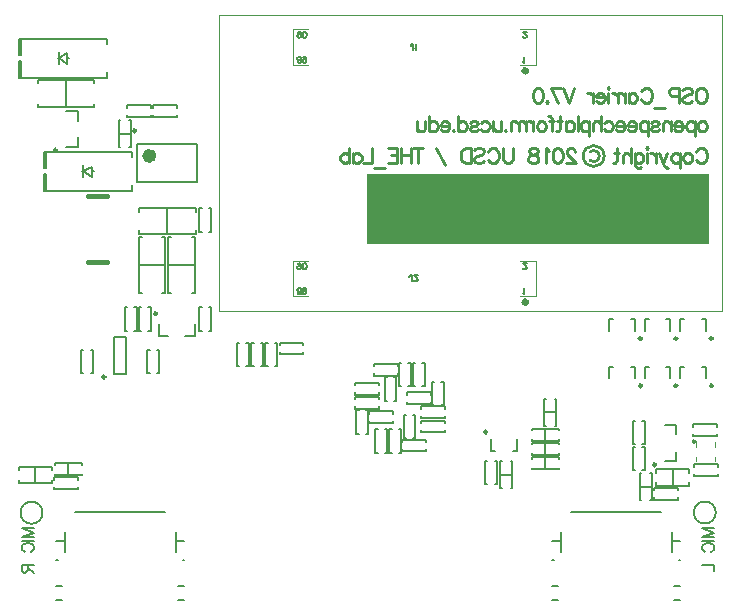
<source format=gbo>
G04*
G04 #@! TF.GenerationSoftware,Altium Limited,Altium Designer,19.0.15 (446)*
G04*
G04 Layer_Color=32896*
%FSAX42Y42*%
%MOMM*%
G71*
G01*
G75*
%ADD10C,0.25*%
%ADD11C,0.25*%
%ADD12C,0.20*%
%ADD13C,0.50*%
%ADD14C,0.10*%
%ADD15C,0.20*%
%ADD16C,0.15*%
%ADD17C,0.13*%
%ADD158C,0.60*%
%ADD159C,0.40*%
%ADD160R,29.00X6.00*%
D10*
X000775Y-003060D02*
G03*
X000775Y-003060I-000012J000000D01*
G01*
X001210Y-002525D02*
G03*
X001210Y-002525I-000012J000000D01*
G01*
X001034Y-000975D02*
G03*
X001034Y-000975I-000012J000000D01*
G01*
X000367Y-001140D02*
G03*
X000367Y-001140I-000012J000000D01*
G01*
X004008Y-003525D02*
G03*
X004008Y-003525I-000012J000000D01*
G01*
X005437Y-003803D02*
G03*
X005437Y-003803I-000012J000000D01*
G01*
X005617Y-003135D02*
G03*
X005617Y-003135I-000012J000000D01*
G01*
X005917D02*
G03*
X005917Y-003135I-000012J000000D01*
G01*
X005317D02*
G03*
X005317Y-003135I-000012J000000D01*
G01*
Y-002735D02*
G03*
X005317Y-002735I-000012J000000D01*
G01*
X005917D02*
G03*
X005917Y-002735I-000012J000000D01*
G01*
X005617D02*
G03*
X005617Y-002735I-000012J000000D01*
G01*
D11*
X005770Y-003605D02*
G03*
X005770Y-003605I-000010J000000D01*
G01*
X004881Y-001226D02*
G03*
X004881Y-001154I000029J000036D01*
G01*
X004999Y-001190D02*
G03*
X004999Y-001190I-000089J000000D01*
G01*
X005840Y-000895D02*
X005852Y-000901D01*
X005864Y-000913D01*
X005870Y-000932D01*
Y-000944D01*
X005864Y-000962D01*
X005852Y-000974D01*
X005840Y-000980D01*
X005822D01*
X005810Y-000974D01*
X005797Y-000962D01*
X005791Y-000944D01*
Y-000932D01*
X005797Y-000913D01*
X005810Y-000901D01*
X005822Y-000895D01*
X005840D01*
X005764D02*
Y-001022D01*
Y-000913D02*
X005751Y-000901D01*
X005739Y-000895D01*
X005721D01*
X005709Y-000901D01*
X005697Y-000913D01*
X005691Y-000932D01*
Y-000944D01*
X005697Y-000962D01*
X005709Y-000974D01*
X005721Y-000980D01*
X005739D01*
X005751Y-000974D01*
X005764Y-000962D01*
X005664Y-000932D02*
X005591D01*
Y-000920D01*
X005597Y-000907D01*
X005603Y-000901D01*
X005615Y-000895D01*
X005634D01*
X005646Y-000901D01*
X005658Y-000913D01*
X005664Y-000932D01*
Y-000944D01*
X005658Y-000962D01*
X005646Y-000974D01*
X005634Y-000980D01*
X005615D01*
X005603Y-000974D01*
X005591Y-000962D01*
X005564Y-000895D02*
Y-000980D01*
Y-000920D02*
X005546Y-000901D01*
X005534Y-000895D01*
X005516D01*
X005504Y-000901D01*
X005498Y-000920D01*
Y-000980D01*
X005398Y-000913D02*
X005404Y-000901D01*
X005422Y-000895D01*
X005440D01*
X005458Y-000901D01*
X005464Y-000913D01*
X005458Y-000926D01*
X005446Y-000932D01*
X005416Y-000938D01*
X005404Y-000944D01*
X005398Y-000956D01*
Y-000962D01*
X005404Y-000974D01*
X005422Y-000980D01*
X005440D01*
X005458Y-000974D01*
X005464Y-000962D01*
X005371Y-000895D02*
Y-001022D01*
Y-000913D02*
X005359Y-000901D01*
X005347Y-000895D01*
X005329D01*
X005317Y-000901D01*
X005305Y-000913D01*
X005299Y-000932D01*
Y-000944D01*
X005305Y-000962D01*
X005317Y-000974D01*
X005329Y-000980D01*
X005347D01*
X005359Y-000974D01*
X005371Y-000962D01*
X005271Y-000932D02*
X005199D01*
Y-000920D01*
X005205Y-000907D01*
X005211Y-000901D01*
X005223Y-000895D01*
X005241D01*
X005253Y-000901D01*
X005265Y-000913D01*
X005271Y-000932D01*
Y-000944D01*
X005265Y-000962D01*
X005253Y-000974D01*
X005241Y-000980D01*
X005223D01*
X005211Y-000974D01*
X005199Y-000962D01*
X005172Y-000932D02*
X005099D01*
Y-000920D01*
X005105Y-000907D01*
X005111Y-000901D01*
X005123Y-000895D01*
X005141D01*
X005154Y-000901D01*
X005166Y-000913D01*
X005172Y-000932D01*
Y-000944D01*
X005166Y-000962D01*
X005154Y-000974D01*
X005141Y-000980D01*
X005123D01*
X005111Y-000974D01*
X005099Y-000962D01*
X004999Y-000913D02*
X005011Y-000901D01*
X005024Y-000895D01*
X005042D01*
X005054Y-000901D01*
X005066Y-000913D01*
X005072Y-000932D01*
Y-000944D01*
X005066Y-000962D01*
X005054Y-000974D01*
X005042Y-000980D01*
X005024D01*
X005011Y-000974D01*
X004999Y-000962D01*
X004972Y-000853D02*
Y-000980D01*
Y-000920D02*
X004954Y-000901D01*
X004942Y-000895D01*
X004924D01*
X004912Y-000901D01*
X004906Y-000920D01*
Y-000980D01*
X004872Y-000895D02*
Y-001022D01*
Y-000913D02*
X004860Y-000901D01*
X004848Y-000895D01*
X004830D01*
X004818Y-000901D01*
X004806Y-000913D01*
X004800Y-000932D01*
Y-000944D01*
X004806Y-000962D01*
X004818Y-000974D01*
X004830Y-000980D01*
X004848D01*
X004860Y-000974D01*
X004872Y-000962D01*
X004773Y-000853D02*
Y-000980D01*
X004673Y-000895D02*
Y-000980D01*
Y-000913D02*
X004686Y-000901D01*
X004698Y-000895D01*
X004716D01*
X004728Y-000901D01*
X004740Y-000913D01*
X004746Y-000932D01*
Y-000944D01*
X004740Y-000962D01*
X004728Y-000974D01*
X004716Y-000980D01*
X004698D01*
X004686Y-000974D01*
X004673Y-000962D01*
X004621Y-000853D02*
Y-000956D01*
X004615Y-000974D01*
X004603Y-000980D01*
X004591D01*
X004640Y-000895D02*
X004597D01*
X004525Y-000853D02*
X004537D01*
X004549Y-000859D01*
X004555Y-000877D01*
Y-000980D01*
X004573Y-000895D02*
X004531D01*
X004476D02*
X004488Y-000901D01*
X004501Y-000913D01*
X004507Y-000932D01*
Y-000944D01*
X004501Y-000962D01*
X004488Y-000974D01*
X004476Y-000980D01*
X004458D01*
X004446Y-000974D01*
X004434Y-000962D01*
X004428Y-000944D01*
Y-000932D01*
X004434Y-000913D01*
X004446Y-000901D01*
X004458Y-000895D01*
X004476D01*
X004400D02*
Y-000980D01*
Y-000932D02*
X004394Y-000913D01*
X004382Y-000901D01*
X004370Y-000895D01*
X004352D01*
X004340D02*
Y-000980D01*
Y-000920D02*
X004322Y-000901D01*
X004310Y-000895D01*
X004292D01*
X004280Y-000901D01*
X004274Y-000920D01*
Y-000980D01*
Y-000920D02*
X004256Y-000901D01*
X004244Y-000895D01*
X004225D01*
X004213Y-000901D01*
X004207Y-000920D01*
Y-000980D01*
X004161Y-000968D02*
X004167Y-000974D01*
X004161Y-000980D01*
X004155Y-000974D01*
X004161Y-000968D01*
X004127Y-000895D02*
Y-000956D01*
X004121Y-000974D01*
X004109Y-000980D01*
X004091D01*
X004079Y-000974D01*
X004061Y-000956D01*
Y-000895D02*
Y-000980D01*
X003955Y-000913D02*
X003967Y-000901D01*
X003979Y-000895D01*
X003997D01*
X004010Y-000901D01*
X004022Y-000913D01*
X004028Y-000932D01*
Y-000944D01*
X004022Y-000962D01*
X004010Y-000974D01*
X003997Y-000980D01*
X003979D01*
X003967Y-000974D01*
X003955Y-000962D01*
X003861Y-000913D02*
X003867Y-000901D01*
X003886Y-000895D01*
X003904D01*
X003922Y-000901D01*
X003928Y-000913D01*
X003922Y-000926D01*
X003910Y-000932D01*
X003880Y-000938D01*
X003867Y-000944D01*
X003861Y-000956D01*
Y-000962D01*
X003867Y-000974D01*
X003886Y-000980D01*
X003904D01*
X003922Y-000974D01*
X003928Y-000962D01*
X003762Y-000853D02*
Y-000980D01*
Y-000913D02*
X003774Y-000901D01*
X003786Y-000895D01*
X003805D01*
X003817Y-000901D01*
X003829Y-000913D01*
X003835Y-000932D01*
Y-000944D01*
X003829Y-000962D01*
X003817Y-000974D01*
X003805Y-000980D01*
X003786D01*
X003774Y-000974D01*
X003762Y-000962D01*
X003722Y-000968D02*
X003728Y-000974D01*
X003722Y-000980D01*
X003716Y-000974D01*
X003722Y-000968D01*
X003688Y-000932D02*
X003616D01*
Y-000920D01*
X003622Y-000907D01*
X003628Y-000901D01*
X003640Y-000895D01*
X003658D01*
X003670Y-000901D01*
X003682Y-000913D01*
X003688Y-000932D01*
Y-000944D01*
X003682Y-000962D01*
X003670Y-000974D01*
X003658Y-000980D01*
X003640D01*
X003628Y-000974D01*
X003616Y-000962D01*
X003516Y-000853D02*
Y-000980D01*
Y-000913D02*
X003528Y-000901D01*
X003540Y-000895D01*
X003558D01*
X003571Y-000901D01*
X003583Y-000913D01*
X003589Y-000932D01*
Y-000944D01*
X003583Y-000962D01*
X003571Y-000974D01*
X003558Y-000980D01*
X003540D01*
X003528Y-000974D01*
X003516Y-000962D01*
X003482Y-000895D02*
Y-000956D01*
X003476Y-000974D01*
X003464Y-000980D01*
X003446D01*
X003434Y-000974D01*
X003416Y-000956D01*
Y-000895D02*
Y-000980D01*
X005834Y-000613D02*
X005846Y-000619D01*
X005858Y-000631D01*
X005864Y-000643D01*
X005870Y-000661D01*
Y-000692D01*
X005864Y-000710D01*
X005858Y-000722D01*
X005846Y-000734D01*
X005834Y-000740D01*
X005810D01*
X005797Y-000734D01*
X005785Y-000722D01*
X005779Y-000710D01*
X005773Y-000692D01*
Y-000661D01*
X005779Y-000643D01*
X005785Y-000631D01*
X005797Y-000619D01*
X005810Y-000613D01*
X005834D01*
X005659Y-000631D02*
X005671Y-000619D01*
X005689Y-000613D01*
X005713D01*
X005732Y-000619D01*
X005744Y-000631D01*
Y-000643D01*
X005738Y-000655D01*
X005732Y-000661D01*
X005719Y-000667D01*
X005683Y-000680D01*
X005671Y-000686D01*
X005665Y-000692D01*
X005659Y-000704D01*
Y-000722D01*
X005671Y-000734D01*
X005689Y-000740D01*
X005713D01*
X005732Y-000734D01*
X005744Y-000722D01*
X005631Y-000680D02*
X005576D01*
X005558Y-000673D01*
X005552Y-000667D01*
X005546Y-000655D01*
Y-000637D01*
X005552Y-000625D01*
X005558Y-000619D01*
X005576Y-000613D01*
X005631D01*
Y-000740D01*
X005517Y-000782D02*
X005421D01*
X005314Y-000643D02*
X005320Y-000631D01*
X005332Y-000619D01*
X005344Y-000613D01*
X005368D01*
X005380Y-000619D01*
X005392Y-000631D01*
X005398Y-000643D01*
X005404Y-000661D01*
Y-000692D01*
X005398Y-000710D01*
X005392Y-000722D01*
X005380Y-000734D01*
X005368Y-000740D01*
X005344D01*
X005332Y-000734D01*
X005320Y-000722D01*
X005314Y-000710D01*
X005206Y-000655D02*
Y-000740D01*
Y-000673D02*
X005218Y-000661D01*
X005230Y-000655D01*
X005248D01*
X005260Y-000661D01*
X005272Y-000673D01*
X005278Y-000692D01*
Y-000704D01*
X005272Y-000722D01*
X005260Y-000734D01*
X005248Y-000740D01*
X005230D01*
X005218Y-000734D01*
X005206Y-000722D01*
X005172Y-000655D02*
Y-000740D01*
Y-000692D02*
X005166Y-000673D01*
X005154Y-000661D01*
X005141Y-000655D01*
X005123D01*
X005112D02*
Y-000740D01*
Y-000692D02*
X005106Y-000673D01*
X005094Y-000661D01*
X005082Y-000655D01*
X005063D01*
X005040Y-000613D02*
X005034Y-000619D01*
X005028Y-000613D01*
X005034Y-000607D01*
X005040Y-000613D01*
X005034Y-000655D02*
Y-000740D01*
X005005Y-000692D02*
X004933D01*
Y-000680D01*
X004939Y-000667D01*
X004945Y-000661D01*
X004957Y-000655D01*
X004975D01*
X004987Y-000661D01*
X004999Y-000673D01*
X005005Y-000692D01*
Y-000704D01*
X004999Y-000722D01*
X004987Y-000734D01*
X004975Y-000740D01*
X004957D01*
X004945Y-000734D01*
X004933Y-000722D01*
X004906Y-000655D02*
Y-000740D01*
Y-000692D02*
X004900Y-000673D01*
X004887Y-000661D01*
X004875Y-000655D01*
X004857D01*
X004746Y-000613D02*
X004698Y-000740D01*
X004649Y-000613D02*
X004698Y-000740D01*
X004548Y-000613D02*
X004609Y-000740D01*
X004633Y-000613D02*
X004548D01*
X004514Y-000728D02*
X004520Y-000734D01*
X004514Y-000740D01*
X004508Y-000734D01*
X004514Y-000728D01*
X004444Y-000613D02*
X004462Y-000619D01*
X004474Y-000637D01*
X004480Y-000667D01*
Y-000686D01*
X004474Y-000716D01*
X004462Y-000734D01*
X004444Y-000740D01*
X004432D01*
X004413Y-000734D01*
X004401Y-000716D01*
X004395Y-000686D01*
Y-000667D01*
X004401Y-000637D01*
X004413Y-000619D01*
X004432Y-000613D01*
X004444D01*
X005779Y-001153D02*
X005785Y-001141D01*
X005797Y-001129D01*
X005810Y-001123D01*
X005834D01*
X005846Y-001129D01*
X005858Y-001141D01*
X005864Y-001153D01*
X005870Y-001171D01*
Y-001202D01*
X005864Y-001220D01*
X005858Y-001232D01*
X005846Y-001244D01*
X005834Y-001250D01*
X005810D01*
X005797Y-001244D01*
X005785Y-001232D01*
X005779Y-001220D01*
X005713Y-001165D02*
X005725Y-001171D01*
X005738Y-001183D01*
X005744Y-001202D01*
Y-001214D01*
X005738Y-001232D01*
X005725Y-001244D01*
X005713Y-001250D01*
X005695D01*
X005683Y-001244D01*
X005671Y-001232D01*
X005665Y-001214D01*
Y-001202D01*
X005671Y-001183D01*
X005683Y-001171D01*
X005695Y-001165D01*
X005713D01*
X005637D02*
Y-001292D01*
Y-001183D02*
X005625Y-001171D01*
X005613Y-001165D01*
X005595D01*
X005583Y-001171D01*
X005571Y-001183D01*
X005565Y-001202D01*
Y-001214D01*
X005571Y-001232D01*
X005583Y-001244D01*
X005595Y-001250D01*
X005613D01*
X005625Y-001244D01*
X005637Y-001232D01*
X005531Y-001165D02*
X005495Y-001250D01*
X005459Y-001165D02*
X005495Y-001250D01*
X005507Y-001274D01*
X005519Y-001286D01*
X005531Y-001292D01*
X005537D01*
X005438Y-001165D02*
Y-001250D01*
Y-001202D02*
X005432Y-001183D01*
X005420Y-001171D01*
X005407Y-001165D01*
X005389D01*
X005366Y-001123D02*
X005360Y-001129D01*
X005354Y-001123D01*
X005360Y-001117D01*
X005366Y-001123D01*
X005360Y-001165D02*
Y-001250D01*
X005259Y-001165D02*
Y-001262D01*
X005265Y-001280D01*
X005271Y-001286D01*
X005283Y-001292D01*
X005301D01*
X005313Y-001286D01*
X005259Y-001183D02*
X005271Y-001171D01*
X005283Y-001165D01*
X005301D01*
X005313Y-001171D01*
X005325Y-001183D01*
X005331Y-001202D01*
Y-001214D01*
X005325Y-001232D01*
X005313Y-001244D01*
X005301Y-001250D01*
X005283D01*
X005271Y-001244D01*
X005259Y-001232D01*
X005225Y-001123D02*
Y-001250D01*
Y-001190D02*
X005207Y-001171D01*
X005195Y-001165D01*
X005176D01*
X005164Y-001171D01*
X005158Y-001190D01*
Y-001250D01*
X005107Y-001123D02*
Y-001226D01*
X005101Y-001244D01*
X005089Y-001250D01*
X005077D01*
X005125Y-001165D02*
X005083D01*
X004753Y-001153D02*
Y-001147D01*
X004747Y-001135D01*
X004741Y-001129D01*
X004729Y-001123D01*
X004705D01*
X004693Y-001129D01*
X004687Y-001135D01*
X004681Y-001147D01*
Y-001159D01*
X004687Y-001171D01*
X004699Y-001190D01*
X004759Y-001250D01*
X004675D01*
X004610Y-001123D02*
X004628Y-001129D01*
X004640Y-001147D01*
X004646Y-001177D01*
Y-001196D01*
X004640Y-001226D01*
X004628Y-001244D01*
X004610Y-001250D01*
X004598D01*
X004580Y-001244D01*
X004568Y-001226D01*
X004562Y-001196D01*
Y-001177D01*
X004568Y-001147D01*
X004580Y-001129D01*
X004598Y-001123D01*
X004610D01*
X004533Y-001147D02*
X004521Y-001141D01*
X004503Y-001123D01*
Y-001250D01*
X004410Y-001123D02*
X004428Y-001129D01*
X004434Y-001141D01*
Y-001153D01*
X004428Y-001165D01*
X004416Y-001171D01*
X004392Y-001177D01*
X004374Y-001183D01*
X004361Y-001196D01*
X004355Y-001208D01*
Y-001226D01*
X004361Y-001238D01*
X004367Y-001244D01*
X004386Y-001250D01*
X004410D01*
X004428Y-001244D01*
X004434Y-001238D01*
X004440Y-001226D01*
Y-001208D01*
X004434Y-001196D01*
X004422Y-001183D01*
X004404Y-001177D01*
X004380Y-001171D01*
X004367Y-001165D01*
X004361Y-001153D01*
Y-001141D01*
X004367Y-001129D01*
X004386Y-001123D01*
X004410D01*
X004227D02*
Y-001214D01*
X004221Y-001232D01*
X004209Y-001244D01*
X004191Y-001250D01*
X004179D01*
X004161Y-001244D01*
X004149Y-001232D01*
X004143Y-001214D01*
Y-001123D01*
X004017Y-001153D02*
X004023Y-001141D01*
X004035Y-001129D01*
X004047Y-001123D01*
X004071D01*
X004083Y-001129D01*
X004095Y-001141D01*
X004101Y-001153D01*
X004107Y-001171D01*
Y-001202D01*
X004101Y-001220D01*
X004095Y-001232D01*
X004083Y-001244D01*
X004071Y-001250D01*
X004047D01*
X004035Y-001244D01*
X004023Y-001232D01*
X004017Y-001220D01*
X003896Y-001141D02*
X003909Y-001129D01*
X003927Y-001123D01*
X003951D01*
X003969Y-001129D01*
X003981Y-001141D01*
Y-001153D01*
X003975Y-001165D01*
X003969Y-001171D01*
X003957Y-001177D01*
X003921Y-001190D01*
X003909Y-001196D01*
X003903Y-001202D01*
X003896Y-001214D01*
Y-001232D01*
X003909Y-001244D01*
X003927Y-001250D01*
X003951D01*
X003969Y-001244D01*
X003981Y-001232D01*
X003868Y-001123D02*
Y-001250D01*
Y-001123D02*
X003826D01*
X003808Y-001129D01*
X003796Y-001141D01*
X003789Y-001153D01*
X003783Y-001171D01*
Y-001202D01*
X003789Y-001220D01*
X003796Y-001232D01*
X003808Y-001244D01*
X003826Y-001250D01*
X003868D01*
X003655Y-001268D02*
X003571Y-001123D01*
X003420D02*
Y-001250D01*
X003462Y-001123D02*
X003378D01*
X003363D02*
Y-001250D01*
X003278Y-001123D02*
Y-001250D01*
X003363Y-001183D02*
X003278D01*
X003164Y-001123D02*
X003243D01*
Y-001250D01*
X003164D01*
X003243Y-001183D02*
X003195D01*
X003143Y-001292D02*
X003046D01*
X003030Y-001123D02*
Y-001250D01*
X002957D01*
X002871Y-001165D02*
Y-001250D01*
Y-001183D02*
X002883Y-001171D01*
X002895Y-001165D01*
X002913D01*
X002925Y-001171D01*
X002938Y-001183D01*
X002944Y-001202D01*
Y-001214D01*
X002938Y-001232D01*
X002925Y-001244D01*
X002913Y-001250D01*
X002895D01*
X002883Y-001244D01*
X002871Y-001232D01*
X002837Y-001123D02*
Y-001250D01*
Y-001183D02*
X002825Y-001171D01*
X002813Y-001165D01*
X002795D01*
X002783Y-001171D01*
X002771Y-001183D01*
X002765Y-001202D01*
Y-001214D01*
X002771Y-001232D01*
X002783Y-001244D01*
X002795Y-001250D01*
X002813D01*
X002825Y-001244D01*
X002837Y-001232D01*
D12*
X000850Y-003035D02*
X000950D01*
X000850Y-002725D02*
X000950D01*
X000850Y-003035D02*
Y-002725D01*
X000950Y-003035D02*
Y-002725D01*
X001230Y-002710D02*
Y-002610D01*
Y-002710D02*
X001308D01*
X001530D02*
Y-002610D01*
X001453Y-002710D02*
X001530D01*
X001047Y-001088D02*
X001547D01*
X001047Y-001407D02*
X001547D01*
X001047D02*
Y-001088D01*
X001547Y-001407D02*
Y-001088D01*
X000255Y-001155D02*
X000998D01*
Y-001202D02*
Y-001155D01*
X000255Y-001295D02*
Y-001155D01*
X000998Y-001485D02*
Y-001438D01*
X000255Y-001295D02*
X000274D01*
Y-001155D01*
Y-001485D02*
Y-001345D01*
X000255D02*
X000274D01*
X000255Y-001485D02*
X000998D01*
X000255D02*
Y-001345D01*
X000590Y-001370D02*
Y-001270D01*
Y-001320D02*
X000660Y-001280D01*
X000590Y-001320D02*
X000660Y-001370D01*
Y-001280D01*
X000580Y-001320D02*
X000590D01*
X000660D02*
X000680D01*
X000440Y-001110D02*
X000540D01*
Y-001030D01*
X000440Y-000810D02*
X000540D01*
Y-000890D02*
Y-000810D01*
X000045Y-000195D02*
X000788D01*
Y-000242D02*
Y-000195D01*
X000045Y-000335D02*
Y-000195D01*
X000788Y-000525D02*
Y-000478D01*
X000045Y-000335D02*
X000064D01*
Y-000195D01*
Y-000525D02*
Y-000385D01*
X000045D02*
X000064D01*
X000045Y-000525D02*
X000788D01*
X000045D02*
Y-000385D01*
X000380Y-000410D02*
Y-000310D01*
Y-000360D02*
X000450Y-000320D01*
X000380Y-000360D02*
X000450Y-000410D01*
Y-000320D01*
X000370Y-000360D02*
X000380D01*
X000450D02*
X000470D01*
X004225Y-003688D02*
X004260D01*
Y-003588D01*
X004040Y-003688D02*
X004075D01*
X004040D02*
Y-003588D01*
X005610Y-003547D02*
Y-003470D01*
X005510D02*
X005610D01*
Y-003770D02*
Y-003692D01*
X005510Y-003770D02*
X005610D01*
X001390Y-004950D02*
X001440D01*
X001390Y-004830D02*
X001440D01*
X001370Y-004450D02*
X001440D01*
X001430Y-004610D02*
X001440Y-004610D01*
X001370Y-004540D02*
Y-004370D01*
X000900Y-004200D02*
X001280D01*
X000520D02*
X000900D01*
X000430Y-004540D02*
Y-004370D01*
X000360Y-004610D02*
X000370Y-004610D01*
X000360Y-004450D02*
X000430D01*
X000360Y-004830D02*
X000410D01*
X000360Y-004950D02*
X000410D01*
X004560D02*
X004610D01*
X004560Y-004830D02*
X004610D01*
X004560Y-004450D02*
X004630D01*
X004560Y-004610D02*
X004570Y-004610D01*
X004630Y-004540D02*
Y-004370D01*
X004720Y-004200D02*
X005100D01*
X005480D01*
X005570Y-004540D02*
Y-004370D01*
X005630Y-004610D02*
X005640Y-004610D01*
X005570Y-004450D02*
X005640D01*
X005590Y-004830D02*
X005640D01*
X005590Y-004950D02*
X005640D01*
X005340Y-002973D02*
X005375D01*
X005340Y-003073D02*
Y-002973D01*
X005525D02*
X005560D01*
Y-003073D02*
Y-002973D01*
X005640D02*
X005675D01*
X005640Y-003073D02*
Y-002973D01*
X005825D02*
X005860D01*
Y-003073D02*
Y-002973D01*
X005040D02*
X005075D01*
X005040Y-003073D02*
Y-002973D01*
X005225D02*
X005260D01*
Y-003073D02*
Y-002973D01*
X005040Y-002573D02*
X005075D01*
X005040Y-002673D02*
Y-002573D01*
X005225D02*
X005260D01*
Y-002673D02*
Y-002573D01*
X005640D02*
X005675D01*
X005640Y-002673D02*
Y-002573D01*
X005825D02*
X005860D01*
Y-002673D02*
Y-002573D01*
X005340D02*
X005375D01*
X005340Y-002673D02*
Y-002573D01*
X005525D02*
X005560D01*
Y-002673D02*
Y-002573D01*
D13*
X004340Y-000468D02*
G03*
X004340Y-000468I-000010J000000D01*
G01*
Y-002428D02*
G03*
X004340Y-002428I-000010J000000D01*
G01*
Y-000468D02*
G03*
X004340Y-000468I-000010J000000D01*
G01*
Y-002428D02*
G03*
X004340Y-002428I-000010J000000D01*
G01*
D14*
X005780Y-003655D02*
Y-003615D01*
Y-003775D02*
Y-003735D01*
X005940Y-003655D02*
Y-003615D01*
Y-003775D02*
Y-003735D01*
X002360Y-000418D02*
Y-000118D01*
X002490D01*
X002360Y-000418D02*
X002490D01*
X004290Y-000118D02*
X004420D01*
Y-000418D02*
Y-000118D01*
X004290Y-000418D02*
X004420D01*
X002360Y-002378D02*
Y-002078D01*
X002490D01*
X002360Y-002378D02*
X002490D01*
X004290Y-002078D02*
X004420D01*
Y-002378D02*
Y-002078D01*
X004290Y-002378D02*
X004420D01*
X001740Y-002498D02*
Y000002D01*
Y-002498D02*
X006000D01*
Y000002D01*
X001740D02*
X006000D01*
X002360Y-000418D02*
Y-000118D01*
X002490D01*
X002360Y-000418D02*
X002490D01*
X004290Y-000118D02*
X004420D01*
Y-000418D02*
Y-000118D01*
X004290Y-000418D02*
X004420D01*
X004290Y-002378D02*
X004420D01*
Y-002078D01*
X004290D02*
X004420D01*
X002360Y-002378D02*
X002490D01*
X002360Y-002078D02*
X002490D01*
X002360Y-002378D02*
Y-002078D01*
D15*
X000068Y-004340D02*
X000170D01*
X000068D02*
X000170Y-004379D01*
X000068Y-004417D02*
X000170Y-004379D01*
X000068Y-004417D02*
X000170D01*
X000068Y-004446D02*
X000170D01*
X000093Y-004540D02*
X000083Y-004535D01*
X000073Y-004526D01*
X000068Y-004516D01*
Y-004497D01*
X000073Y-004487D01*
X000083Y-004477D01*
X000093Y-004473D01*
X000107Y-004468D01*
X000131D01*
X000146Y-004473D01*
X000155Y-004477D01*
X000165Y-004487D01*
X000170Y-004497D01*
Y-004516D01*
X000165Y-004526D01*
X000155Y-004535D01*
X000146Y-004540D01*
X000068Y-004649D02*
X000170D01*
X000068D02*
Y-004692D01*
X000073Y-004707D01*
X000078Y-004711D01*
X000088Y-004716D01*
X000097D01*
X000107Y-004711D01*
X000112Y-004707D01*
X000117Y-004692D01*
Y-004649D01*
Y-004682D02*
X000170Y-004716D01*
X005828Y-004340D02*
X005930D01*
X005828D02*
X005930Y-004379D01*
X005828Y-004417D02*
X005930Y-004379D01*
X005828Y-004417D02*
X005930D01*
X005828Y-004446D02*
X005930D01*
X005853Y-004540D02*
X005843Y-004535D01*
X005833Y-004526D01*
X005828Y-004516D01*
Y-004497D01*
X005833Y-004487D01*
X005843Y-004477D01*
X005853Y-004473D01*
X005867Y-004468D01*
X005891D01*
X005906Y-004473D01*
X005915Y-004477D01*
X005925Y-004487D01*
X005930Y-004497D01*
Y-004516D01*
X005925Y-004526D01*
X005915Y-004535D01*
X005906Y-004540D01*
X005828Y-004649D02*
X005930D01*
Y-004707D01*
D16*
X000650Y-003030D02*
X000670D01*
Y-002830D01*
X000650D02*
X000670D01*
X000570D02*
X000590D01*
X000570Y-003030D02*
Y-002830D01*
Y-003030D02*
X000590D01*
X001210D02*
X001230D01*
Y-002830D01*
X001210D02*
X001230D01*
X001130D02*
X001150D01*
X001130Y-003030D02*
Y-002830D01*
Y-003030D02*
X001150D01*
X001140Y-002670D02*
X001160D01*
Y-002470D01*
X001140D02*
X001160D01*
X001060D02*
X001080D01*
X001060Y-002670D02*
Y-002470D01*
Y-002670D02*
X001080D01*
X001020D02*
X001040D01*
Y-002470D01*
X001020D02*
X001040D01*
X000940D02*
X000960D01*
X000940Y-002670D02*
Y-002470D01*
Y-002670D02*
X000960D01*
X001570Y-002470D02*
X001590D01*
X001570Y-002670D02*
Y-002470D01*
Y-002670D02*
X001590D01*
X001650D02*
X001670D01*
Y-002470D01*
X001650D02*
X001670D01*
X001300Y-001850D02*
Y-001630D01*
X001540Y-001850D02*
Y-001820D01*
X001060Y-001850D02*
X001540D01*
X001060D02*
Y-001820D01*
Y-001660D02*
Y-001630D01*
X001540D01*
Y-001660D02*
Y-001630D01*
X001057Y-002110D02*
X001282D01*
X001057Y-001873D02*
X001082D01*
X001057Y-002348D02*
Y-001873D01*
Y-002348D02*
X001082D01*
X001257D02*
X001282D01*
Y-001873D01*
X001257D02*
X001282D01*
X001307Y-002110D02*
X001532D01*
X001307Y-001873D02*
X001332D01*
X001307Y-002348D02*
Y-001873D01*
Y-002348D02*
X001332D01*
X001507D02*
X001532D01*
Y-001873D01*
X001507D02*
X001532D01*
X001570Y-001830D02*
X001590D01*
X001570D02*
Y-001630D01*
X001590D01*
X001650D02*
X001670D01*
Y-001830D02*
Y-001630D01*
X001650Y-001830D02*
X001670D01*
X001180Y-000780D02*
Y-000760D01*
X001380D01*
Y-000780D02*
Y-000760D01*
Y-000860D02*
Y-000840D01*
X001180Y-000860D02*
X001380D01*
X001180D02*
Y-000840D01*
X001160Y-000860D02*
Y-000840D01*
X000960Y-000860D02*
X001160D01*
X000960D02*
Y-000840D01*
Y-000780D02*
Y-000760D01*
X001160D01*
Y-000780D02*
Y-000760D01*
X000978Y-000886D02*
X000991D01*
Y-001114D02*
Y-000886D01*
X000978Y-001114D02*
X000991D01*
X000889D02*
X000902D01*
X000889D02*
Y-000886D01*
X000902D01*
X000889Y-001000D02*
X000991D01*
X000440Y-000772D02*
Y-000547D01*
X000203Y-000772D02*
Y-000747D01*
Y-000772D02*
X000678D01*
Y-000747D01*
Y-000572D02*
Y-000547D01*
X000203D02*
X000678D01*
X000203Y-000572D02*
Y-000547D01*
X000320Y-003960D02*
Y-003930D01*
X000040Y-003960D02*
X000320D01*
X000040D02*
Y-003930D01*
Y-003850D02*
Y-003820D01*
X000320D01*
Y-003850D02*
Y-003820D01*
X000180Y-003960D02*
Y-003820D01*
X002900Y-003540D02*
X002920D01*
X002900D02*
Y-003340D01*
X002920D01*
X002980D02*
X003000D01*
Y-003540D02*
Y-003340D01*
X002980Y-003540D02*
X003000D01*
X002890Y-003130D02*
Y-003110D01*
X003090D01*
Y-003130D02*
Y-003110D01*
Y-003210D02*
Y-003190D01*
X002890Y-003210D02*
X003090D01*
X002890D02*
Y-003190D01*
X003050Y-002970D02*
Y-002950D01*
X003250D01*
Y-002970D02*
Y-002950D01*
Y-003050D02*
Y-003030D01*
X003050Y-003050D02*
X003250D01*
X003050D02*
Y-003030D01*
X003460Y-002940D02*
X003480D01*
Y-003140D02*
Y-002940D01*
X003460Y-003140D02*
X003480D01*
X003380D02*
X003400D01*
X003380D02*
Y-002940D01*
X003400D01*
X003490Y-003690D02*
Y-003670D01*
X003290Y-003690D02*
X003490D01*
X003290D02*
Y-003670D01*
Y-003610D02*
Y-003590D01*
X003490D01*
Y-003610D02*
Y-003590D01*
X003060Y-003700D02*
X003080D01*
X003060D02*
Y-003500D01*
X003080D01*
X003140D02*
X003160D01*
Y-003700D02*
Y-003500D01*
X003140Y-003700D02*
X003160D01*
X005320Y-003430D02*
X005340D01*
Y-003630D02*
Y-003430D01*
X005320Y-003630D02*
X005340D01*
X005240D02*
X005260D01*
X005240D02*
Y-003430D01*
X005260D01*
X005320Y-003650D02*
X005340D01*
Y-003850D02*
Y-003650D01*
X005320Y-003850D02*
X005340D01*
X005240D02*
X005260D01*
X005240D02*
Y-003650D01*
X005260D01*
X002250Y-002870D02*
Y-002850D01*
Y-002870D02*
X002450D01*
Y-002850D01*
Y-002790D02*
Y-002770D01*
X002250D02*
X002450D01*
X002250Y-002790D02*
Y-002770D01*
X004578Y-003246D02*
X004591D01*
Y-003474D02*
Y-003246D01*
X004578Y-003474D02*
X004591D01*
X004489D02*
X004502D01*
X004489D02*
Y-003246D01*
X004502D01*
X004489Y-003360D02*
X004591D01*
X004614Y-003601D02*
Y-003588D01*
X004386Y-003601D02*
X004614D01*
X004386D02*
Y-003588D01*
Y-003512D02*
Y-003499D01*
X004614D01*
Y-003512D02*
Y-003499D01*
X004500Y-003601D02*
Y-003499D01*
X004614Y-003721D02*
Y-003708D01*
X004386Y-003721D02*
X004614D01*
X004386D02*
Y-003708D01*
Y-003632D02*
Y-003619D01*
X004614D01*
Y-003632D02*
Y-003619D01*
X004500Y-003721D02*
Y-003619D01*
Y-003841D02*
Y-003739D01*
X004614Y-003752D02*
Y-003739D01*
X004386D02*
X004614D01*
X004386Y-003752D02*
Y-003739D01*
Y-003841D02*
Y-003828D01*
Y-003841D02*
X004614D01*
Y-003828D01*
X004208Y-003776D02*
X004221D01*
Y-004004D02*
Y-003776D01*
X004208Y-004004D02*
X004221D01*
X004119D02*
X004132D01*
X004119D02*
Y-003776D01*
X004132D01*
X004119Y-003890D02*
X004221D01*
X004070Y-003770D02*
X004090D01*
Y-003970D02*
Y-003770D01*
X004070Y-003970D02*
X004090D01*
X003990D02*
X004010D01*
X003990D02*
Y-003770D01*
X004010D01*
X005440Y-003870D02*
Y-003840D01*
X005720D01*
Y-003870D02*
Y-003840D01*
Y-003980D02*
Y-003950D01*
X005440Y-003980D02*
X005720D01*
X005440D02*
Y-003950D01*
X005580Y-003980D02*
Y-003840D01*
X005299Y-004104D02*
X005312D01*
X005299D02*
Y-003876D01*
X005312D01*
X005388D02*
X005401D01*
Y-004104D02*
Y-003876D01*
X005388Y-004104D02*
X005401D01*
X005299Y-003990D02*
X005401D01*
X000346Y-003802D02*
Y-003789D01*
X000574D01*
Y-003802D02*
Y-003789D01*
Y-003891D02*
Y-003878D01*
X000346Y-003891D02*
X000574D01*
X000346D02*
Y-003878D01*
X000460Y-003891D02*
Y-003789D01*
X005620Y-004100D02*
Y-004080D01*
X005420Y-004100D02*
X005620D01*
X005420D02*
Y-004080D01*
Y-004020D02*
Y-004000D01*
X005620D01*
Y-004020D02*
Y-004000D01*
X000540Y-004010D02*
Y-003990D01*
X000340Y-004010D02*
X000540D01*
X000340D02*
Y-003990D01*
Y-003930D02*
Y-003910D01*
X000540D01*
Y-003930D02*
Y-003910D01*
X003650Y-003410D02*
Y-003390D01*
X003450Y-003410D02*
X003650D01*
X003450D02*
Y-003390D01*
Y-003330D02*
Y-003310D01*
X003650D01*
Y-003330D02*
Y-003310D01*
X003540Y-003300D02*
X003560D01*
X003540D02*
Y-003100D01*
X003560D01*
X003620D02*
X003640D01*
Y-003300D02*
Y-003100D01*
X003620Y-003300D02*
X003640D01*
X002890Y-003250D02*
Y-003230D01*
X003090D01*
Y-003250D02*
Y-003230D01*
Y-003330D02*
Y-003310D01*
X002890Y-003330D02*
X003090D01*
X002890D02*
Y-003310D01*
X003450Y-003450D02*
Y-003430D01*
X003650D01*
Y-003450D02*
Y-003430D01*
Y-003530D02*
Y-003510D01*
X003450Y-003530D02*
X003650D01*
X003450D02*
Y-003510D01*
X003180Y-003700D02*
X003200D01*
X003180D02*
Y-003500D01*
X003200D01*
X003260D02*
X003280D01*
Y-003700D02*
Y-003500D01*
X003260Y-003700D02*
X003280D01*
X003340Y-002940D02*
X003360D01*
Y-003140D02*
Y-002940D01*
X003340Y-003140D02*
X003360D01*
X003260D02*
X003280D01*
X003260D02*
Y-002940D01*
X003280D01*
X003300Y-003580D02*
X003320D01*
X003300D02*
Y-003380D01*
X003320D01*
X003380D02*
X003400D01*
Y-003580D02*
Y-003380D01*
X003380Y-003580D02*
X003400D01*
X003220Y-003060D02*
X003240D01*
Y-003260D02*
Y-003060D01*
X003220Y-003260D02*
X003240D01*
X003140D02*
X003160D01*
X003140D02*
Y-003060D01*
X003160D01*
X003010Y-003370D02*
Y-003350D01*
X003210D01*
Y-003370D02*
Y-003350D01*
Y-003450D02*
Y-003430D01*
X003010Y-003450D02*
X003210D01*
X003010D02*
Y-003430D01*
X003530Y-003210D02*
Y-003190D01*
X003330D02*
X003530D01*
X003330Y-003210D02*
Y-003190D01*
Y-003290D02*
Y-003270D01*
Y-003290D02*
X003530D01*
Y-003270D01*
X005950Y-003480D02*
Y-003460D01*
X005750D02*
X005950D01*
X005750Y-003480D02*
Y-003460D01*
Y-003560D02*
Y-003540D01*
Y-003560D02*
X005950D01*
Y-003540D01*
X005960Y-003820D02*
Y-003800D01*
X005760D02*
X005960D01*
X005760Y-003820D02*
Y-003800D01*
Y-003900D02*
Y-003880D01*
Y-003900D02*
X005960D01*
Y-003880D01*
X002130Y-002970D02*
X002150D01*
X002130D02*
Y-002770D01*
X002150D01*
X002210D02*
X002230D01*
Y-002970D02*
Y-002770D01*
X002210Y-002970D02*
X002230D01*
X002090Y-002770D02*
X002110D01*
Y-002970D02*
Y-002770D01*
X002090Y-002970D02*
X002110D01*
X002010D02*
X002030D01*
X002010D02*
Y-002770D01*
X002030D01*
X001970Y-002970D02*
X001990D01*
Y-002770D01*
X001970D02*
X001990D01*
X001890D02*
X001910D01*
X001890Y-002970D02*
Y-002770D01*
Y-002970D02*
X001910D01*
D17*
X000243Y-004210D02*
G03*
X000243Y-004210I-000093J000000D01*
G01*
X005943Y-004208D02*
G03*
X005943Y-004208I-000093J000000D01*
G01*
X004310Y-000389D02*
X004315Y-000392D01*
X004322Y-000399D01*
Y-000348D01*
X004312Y-000177D02*
Y-000179D01*
X004315Y-000184D01*
X004317Y-000186D01*
X004322Y-000189D01*
X004332D01*
X004337Y-000186D01*
X004339Y-000184D01*
X004341Y-000179D01*
Y-000174D01*
X004339Y-000169D01*
X004334Y-000162D01*
X004310Y-000138D01*
X004344D01*
X002412Y-000399D02*
X002405Y-000396D01*
X002402Y-000392D01*
Y-000387D01*
X002405Y-000382D01*
X002410Y-000379D01*
X002419Y-000377D01*
X002427Y-000375D01*
X002431Y-000370D01*
X002434Y-000365D01*
Y-000358D01*
X002431Y-000353D01*
X002429Y-000350D01*
X002422Y-000348D01*
X002412D01*
X002405Y-000350D01*
X002402Y-000353D01*
X002400Y-000358D01*
Y-000365D01*
X002402Y-000370D01*
X002407Y-000375D01*
X002415Y-000377D01*
X002424Y-000379D01*
X002429Y-000382D01*
X002431Y-000387D01*
Y-000392D01*
X002429Y-000396D01*
X002422Y-000399D01*
X002412D01*
X002477Y-000382D02*
X002474Y-000375D01*
X002469Y-000370D01*
X002462Y-000367D01*
X002460D01*
X002452Y-000370D01*
X002448Y-000375D01*
X002445Y-000382D01*
Y-000384D01*
X002448Y-000392D01*
X002452Y-000396D01*
X002460Y-000399D01*
X002462D01*
X002469Y-000396D01*
X002474Y-000392D01*
X002477Y-000382D01*
Y-000370D01*
X002474Y-000358D01*
X002469Y-000350D01*
X002462Y-000348D01*
X002457D01*
X002450Y-000350D01*
X002448Y-000355D01*
X002431Y-000172D02*
X002429Y-000165D01*
X002424Y-000160D01*
X002417Y-000157D01*
X002415D01*
X002407Y-000160D01*
X002402Y-000165D01*
X002400Y-000172D01*
Y-000174D01*
X002402Y-000182D01*
X002407Y-000186D01*
X002415Y-000189D01*
X002417D01*
X002424Y-000186D01*
X002429Y-000182D01*
X002431Y-000172D01*
Y-000160D01*
X002429Y-000148D01*
X002424Y-000140D01*
X002417Y-000138D01*
X002412D01*
X002405Y-000140D01*
X002402Y-000145D01*
X002460Y-000189D02*
X002452Y-000186D01*
X002448Y-000179D01*
X002445Y-000167D01*
Y-000160D01*
X002448Y-000148D01*
X002452Y-000140D01*
X002460Y-000138D01*
X002465D01*
X002472Y-000140D01*
X002477Y-000148D01*
X002479Y-000160D01*
Y-000167D01*
X002477Y-000179D01*
X002472Y-000186D01*
X002465Y-000189D01*
X002460D01*
X004310Y-002349D02*
X004315Y-002352D01*
X004322Y-002359D01*
Y-002308D01*
X004312Y-002137D02*
Y-002139D01*
X004315Y-002144D01*
X004317Y-002146D01*
X004322Y-002149D01*
X004332D01*
X004337Y-002146D01*
X004339Y-002144D01*
X004341Y-002139D01*
Y-002134D01*
X004339Y-002129D01*
X004334Y-002122D01*
X004310Y-002098D01*
X004344D01*
X002412Y-002359D02*
X002405Y-002356D01*
X002402Y-002352D01*
Y-002347D01*
X002405Y-002342D01*
X002410Y-002339D01*
X002419Y-002337D01*
X002427Y-002335D01*
X002431Y-002330D01*
X002434Y-002325D01*
Y-002318D01*
X002431Y-002313D01*
X002429Y-002310D01*
X002422Y-002308D01*
X002412D01*
X002405Y-002310D01*
X002402Y-002313D01*
X002400Y-002318D01*
Y-002325D01*
X002402Y-002330D01*
X002407Y-002335D01*
X002415Y-002337D01*
X002424Y-002339D01*
X002429Y-002342D01*
X002431Y-002347D01*
Y-002352D01*
X002429Y-002356D01*
X002422Y-002359D01*
X002412D01*
X002477Y-002342D02*
X002474Y-002335D01*
X002469Y-002330D01*
X002462Y-002327D01*
X002460D01*
X002452Y-002330D01*
X002448Y-002335D01*
X002445Y-002342D01*
Y-002344D01*
X002448Y-002352D01*
X002452Y-002356D01*
X002460Y-002359D01*
X002462D01*
X002469Y-002356D01*
X002474Y-002352D01*
X002477Y-002342D01*
Y-002330D01*
X002474Y-002318D01*
X002469Y-002310D01*
X002462Y-002308D01*
X002457D01*
X002450Y-002310D01*
X002448Y-002315D01*
X002431Y-002132D02*
X002429Y-002125D01*
X002424Y-002120D01*
X002417Y-002117D01*
X002415D01*
X002407Y-002120D01*
X002402Y-002125D01*
X002400Y-002132D01*
Y-002134D01*
X002402Y-002142D01*
X002407Y-002146D01*
X002415Y-002149D01*
X002417D01*
X002424Y-002146D01*
X002429Y-002142D01*
X002431Y-002132D01*
Y-002120D01*
X002429Y-002108D01*
X002424Y-002100D01*
X002417Y-002098D01*
X002412D01*
X002405Y-002100D01*
X002402Y-002105D01*
X002460Y-002149D02*
X002452Y-002146D01*
X002448Y-002139D01*
X002445Y-002127D01*
Y-002120D01*
X002448Y-002108D01*
X002452Y-002100D01*
X002460Y-002098D01*
X002465D01*
X002472Y-002100D01*
X002477Y-002108D01*
X002479Y-002120D01*
Y-002127D01*
X002477Y-002139D01*
X002472Y-002146D01*
X002465Y-002149D01*
X002460D01*
X003384Y-000289D02*
Y-000250D01*
X003382Y-000243D01*
X003379Y-000240D01*
X003375Y-000238D01*
X003370D01*
X003365Y-000240D01*
X003362Y-000243D01*
X003360Y-000250D01*
Y-000255D01*
X003397Y-000279D02*
X003402Y-000282D01*
X003409Y-000289D01*
Y-000238D01*
X004310Y-000389D02*
X004315Y-000392D01*
X004322Y-000399D01*
Y-000348D01*
X004312Y-000177D02*
Y-000179D01*
X004315Y-000184D01*
X004317Y-000186D01*
X004322Y-000189D01*
X004332D01*
X004337Y-000186D01*
X004339Y-000184D01*
X004341Y-000179D01*
Y-000174D01*
X004339Y-000169D01*
X004334Y-000162D01*
X004310Y-000138D01*
X004344D01*
X002412Y-000399D02*
X002405Y-000396D01*
X002402Y-000392D01*
Y-000387D01*
X002405Y-000382D01*
X002410Y-000379D01*
X002419Y-000377D01*
X002427Y-000375D01*
X002431Y-000370D01*
X002434Y-000365D01*
Y-000358D01*
X002431Y-000353D01*
X002429Y-000350D01*
X002422Y-000348D01*
X002412D01*
X002405Y-000350D01*
X002402Y-000353D01*
X002400Y-000358D01*
Y-000365D01*
X002402Y-000370D01*
X002407Y-000375D01*
X002415Y-000377D01*
X002424Y-000379D01*
X002429Y-000382D01*
X002431Y-000387D01*
Y-000392D01*
X002429Y-000396D01*
X002422Y-000399D01*
X002412D01*
X002477Y-000382D02*
X002474Y-000375D01*
X002469Y-000370D01*
X002462Y-000367D01*
X002460D01*
X002452Y-000370D01*
X002448Y-000375D01*
X002445Y-000382D01*
Y-000384D01*
X002448Y-000392D01*
X002452Y-000396D01*
X002460Y-000399D01*
X002462D01*
X002469Y-000396D01*
X002474Y-000392D01*
X002477Y-000382D01*
Y-000370D01*
X002474Y-000358D01*
X002469Y-000350D01*
X002462Y-000348D01*
X002457D01*
X002450Y-000350D01*
X002448Y-000355D01*
X002431Y-000172D02*
X002429Y-000165D01*
X002424Y-000160D01*
X002417Y-000157D01*
X002415D01*
X002407Y-000160D01*
X002402Y-000165D01*
X002400Y-000172D01*
Y-000174D01*
X002402Y-000182D01*
X002407Y-000186D01*
X002415Y-000189D01*
X002417D01*
X002424Y-000186D01*
X002429Y-000182D01*
X002431Y-000172D01*
Y-000160D01*
X002429Y-000148D01*
X002424Y-000140D01*
X002417Y-000138D01*
X002412D01*
X002405Y-000140D01*
X002402Y-000145D01*
X002460Y-000189D02*
X002452Y-000186D01*
X002448Y-000179D01*
X002445Y-000167D01*
Y-000160D01*
X002448Y-000148D01*
X002452Y-000140D01*
X002460Y-000138D01*
X002465D01*
X002472Y-000140D01*
X002477Y-000148D01*
X002479Y-000160D01*
Y-000167D01*
X002477Y-000179D01*
X002472Y-000186D01*
X002465Y-000189D01*
X002460D01*
X002431Y-002132D02*
X002429Y-002125D01*
X002424Y-002120D01*
X002417Y-002117D01*
X002415D01*
X002407Y-002120D01*
X002402Y-002125D01*
X002400Y-002132D01*
Y-002134D01*
X002402Y-002142D01*
X002407Y-002146D01*
X002415Y-002149D01*
X002417D01*
X002424Y-002146D01*
X002429Y-002142D01*
X002431Y-002132D01*
Y-002120D01*
X002429Y-002108D01*
X002424Y-002100D01*
X002417Y-002098D01*
X002412D01*
X002405Y-002100D01*
X002402Y-002105D01*
X002460Y-002149D02*
X002452Y-002146D01*
X002448Y-002139D01*
X002445Y-002127D01*
Y-002120D01*
X002448Y-002108D01*
X002452Y-002100D01*
X002460Y-002098D01*
X002465D01*
X002472Y-002100D01*
X002477Y-002108D01*
X002479Y-002120D01*
Y-002127D01*
X002477Y-002139D01*
X002472Y-002146D01*
X002465Y-002149D01*
X002460D01*
X002412Y-002359D02*
X002405Y-002356D01*
X002402Y-002352D01*
Y-002347D01*
X002405Y-002342D01*
X002410Y-002339D01*
X002419Y-002337D01*
X002427Y-002335D01*
X002431Y-002330D01*
X002434Y-002325D01*
Y-002318D01*
X002431Y-002313D01*
X002429Y-002310D01*
X002422Y-002308D01*
X002412D01*
X002405Y-002310D01*
X002402Y-002313D01*
X002400Y-002318D01*
Y-002325D01*
X002402Y-002330D01*
X002407Y-002335D01*
X002415Y-002337D01*
X002424Y-002339D01*
X002429Y-002342D01*
X002431Y-002347D01*
Y-002352D01*
X002429Y-002356D01*
X002422Y-002359D01*
X002412D01*
X002477Y-002342D02*
X002474Y-002335D01*
X002469Y-002330D01*
X002462Y-002327D01*
X002460D01*
X002452Y-002330D01*
X002448Y-002335D01*
X002445Y-002342D01*
Y-002344D01*
X002448Y-002352D01*
X002452Y-002356D01*
X002460Y-002359D01*
X002462D01*
X002469Y-002356D01*
X002474Y-002352D01*
X002477Y-002342D01*
Y-002330D01*
X002474Y-002318D01*
X002469Y-002310D01*
X002462Y-002308D01*
X002457D01*
X002450Y-002310D01*
X002448Y-002315D01*
X004312Y-002137D02*
Y-002139D01*
X004315Y-002144D01*
X004317Y-002146D01*
X004322Y-002149D01*
X004332D01*
X004337Y-002146D01*
X004339Y-002144D01*
X004341Y-002139D01*
Y-002134D01*
X004339Y-002129D01*
X004334Y-002122D01*
X004310Y-002098D01*
X004344D01*
X004310Y-002349D02*
X004315Y-002352D01*
X004322Y-002359D01*
Y-002308D01*
X003374Y-002249D02*
Y-002210D01*
X003372Y-002203D01*
X003369Y-002200D01*
X003365Y-002198D01*
X003360D01*
X003355Y-002200D01*
X003352Y-002203D01*
X003350Y-002210D01*
Y-002215D01*
X003390Y-002237D02*
Y-002239D01*
X003392Y-002244D01*
X003395Y-002246D01*
X003399Y-002249D01*
X003409D01*
X003414Y-002246D01*
X003416Y-002244D01*
X003419Y-002239D01*
Y-002234D01*
X003416Y-002229D01*
X003411Y-002222D01*
X003387Y-002198D01*
X003421D01*
D158*
X001177Y-001188D02*
G03*
X001177Y-001188I-000030J000000D01*
G01*
D159*
X000630Y-002090D02*
X000790D01*
X000630Y-001530D02*
X000790D01*
D160*
X004440Y-001640D02*
D03*
M02*

</source>
